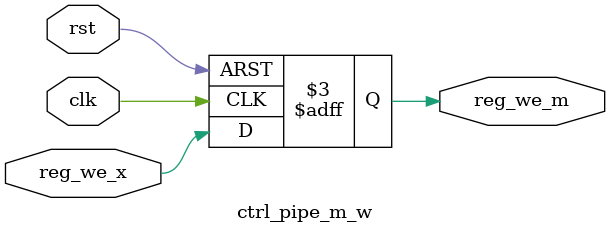
<source format=v>
module ctrl_pipe_m_w(clk, rst, reg_we_x, reg_we_m);
    input clk, rst, reg_we_x;

    output reg reg_we_m;

    initial begin
        reg_we_m = 1'b0;
    end
        
    always @(posedge clk or posedge rst) begin
            if (rst) begin
                reg_we_m <= 1'b0;
            end else begin
                reg_we_m <= reg_we_x;
            end
    end



endmodule // REGISTER
</source>
